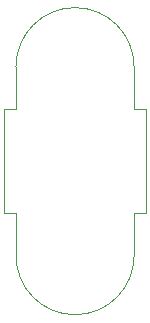
<source format=gbr>
%TF.GenerationSoftware,KiCad,Pcbnew,(6.0.9)*%
%TF.CreationDate,2023-01-06T09:26:06+01:00*%
%TF.ProjectId,WS2812B_Single_Dot,57533238-3132-4425-9f53-696e676c655f,rev?*%
%TF.SameCoordinates,Original*%
%TF.FileFunction,Profile,NP*%
%FSLAX46Y46*%
G04 Gerber Fmt 4.6, Leading zero omitted, Abs format (unit mm)*
G04 Created by KiCad (PCBNEW (6.0.9)) date 2023-01-06 09:26:06*
%MOMM*%
%LPD*%
G01*
G04 APERTURE LIST*
%TA.AperFunction,Profile*%
%ADD10C,0.100000*%
%TD*%
G04 APERTURE END LIST*
D10*
X166400000Y-108200000D02*
X166400000Y-104600000D01*
X156400000Y-108200000D02*
X156400000Y-104600000D01*
X166400000Y-92200000D02*
G75*
G03*
X156400000Y-92200000I-5000000J0D01*
G01*
X167400000Y-95800000D02*
X167400000Y-104600000D01*
X156400000Y-95800000D02*
X155400000Y-95800000D01*
X166400000Y-92200000D02*
X166400000Y-95800000D01*
X156400000Y-104600000D02*
X155400000Y-104600000D01*
X166400000Y-104600000D02*
X167400000Y-104600000D01*
X155400000Y-95800000D02*
X155400000Y-104600000D01*
X156400000Y-92200000D02*
X156400000Y-95800000D01*
X166400000Y-95800000D02*
X167400000Y-95800000D01*
X156400000Y-108200000D02*
G75*
G03*
X166400000Y-108200000I5000000J0D01*
G01*
M02*

</source>
